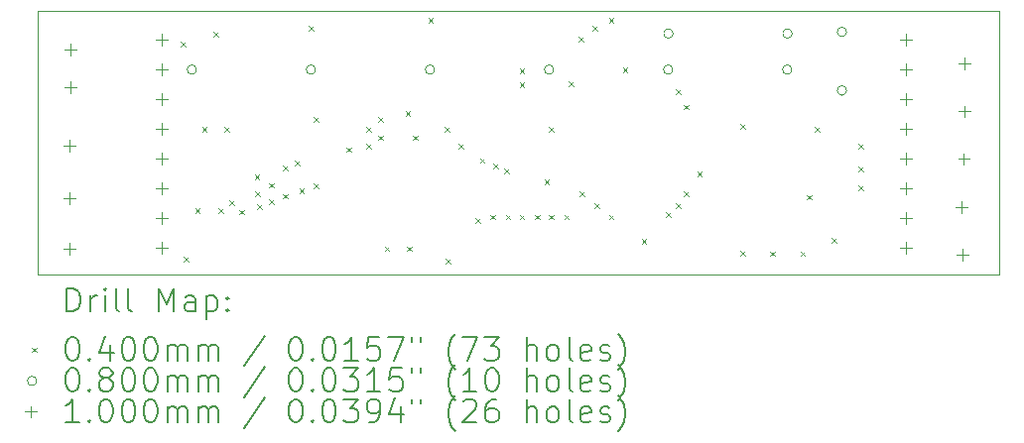
<source format=gbr>
%TF.GenerationSoftware,KiCad,Pcbnew,6.0.9-8da3e8f707~116~ubuntu20.04.1*%
%TF.CreationDate,2022-11-05T14:46:37+00:00*%
%TF.ProjectId,slrm,736c726d-2e6b-4696-9361-645f70636258,rev?*%
%TF.SameCoordinates,Original*%
%TF.FileFunction,Drillmap*%
%TF.FilePolarity,Positive*%
%FSLAX45Y45*%
G04 Gerber Fmt 4.5, Leading zero omitted, Abs format (unit mm)*
G04 Created by KiCad (PCBNEW 6.0.9-8da3e8f707~116~ubuntu20.04.1) date 2022-11-05 14:46:37*
%MOMM*%
%LPD*%
G01*
G04 APERTURE LIST*
%ADD10C,0.100000*%
%ADD11C,0.200000*%
%ADD12C,0.040000*%
%ADD13C,0.080000*%
G04 APERTURE END LIST*
D10*
X10873569Y-8392145D02*
X19078802Y-8392145D01*
X19078802Y-8392145D02*
X19078802Y-10640810D01*
X19078802Y-10640810D02*
X10873569Y-10640810D01*
X10873569Y-10640810D02*
X10873569Y-8392145D01*
D11*
D12*
X12099550Y-8650000D02*
X12139550Y-8690000D01*
X12139550Y-8650000D02*
X12099550Y-8690000D01*
X12120000Y-10490000D02*
X12160000Y-10530000D01*
X12160000Y-10490000D02*
X12120000Y-10530000D01*
X12220260Y-10077350D02*
X12260260Y-10117350D01*
X12260260Y-10077350D02*
X12220260Y-10117350D01*
X12280000Y-9378000D02*
X12320000Y-9418000D01*
X12320000Y-9378000D02*
X12280000Y-9418000D01*
X12380000Y-8570000D02*
X12420000Y-8610000D01*
X12420000Y-8570000D02*
X12380000Y-8610000D01*
X12418380Y-10077350D02*
X12458380Y-10117350D01*
X12458380Y-10077350D02*
X12418380Y-10117350D01*
X12470000Y-9378000D02*
X12510000Y-9418000D01*
X12510000Y-9378000D02*
X12470000Y-9418000D01*
X12514506Y-10004900D02*
X12554506Y-10044900D01*
X12554506Y-10004900D02*
X12514506Y-10044900D01*
X12600000Y-10087550D02*
X12640000Y-10127550D01*
X12640000Y-10087550D02*
X12600000Y-10127550D01*
X12728260Y-9787550D02*
X12768260Y-9827550D01*
X12768260Y-9787550D02*
X12728260Y-9827550D01*
X12730000Y-9932450D02*
X12770000Y-9972450D01*
X12770000Y-9932450D02*
X12730000Y-9972450D01*
X12750000Y-10042550D02*
X12790000Y-10082550D01*
X12790000Y-10042550D02*
X12750000Y-10082550D01*
X12850000Y-9860000D02*
X12890000Y-9900000D01*
X12890000Y-9860000D02*
X12850000Y-9900000D01*
X12850000Y-9997550D02*
X12890000Y-10037550D01*
X12890000Y-9997550D02*
X12850000Y-10037550D01*
X12970000Y-9952550D02*
X13010000Y-9992550D01*
X13010000Y-9952550D02*
X12970000Y-9992550D01*
X12972100Y-9712550D02*
X13012100Y-9752550D01*
X13012100Y-9712550D02*
X12972100Y-9752550D01*
X13068540Y-9667550D02*
X13108540Y-9707550D01*
X13108540Y-9667550D02*
X13068540Y-9707550D01*
X13110000Y-9907550D02*
X13150000Y-9947550D01*
X13150000Y-9907550D02*
X13110000Y-9947550D01*
X13190000Y-8517550D02*
X13230000Y-8557550D01*
X13230000Y-8517550D02*
X13190000Y-8557550D01*
X13230000Y-9862550D02*
X13270000Y-9902550D01*
X13270000Y-9862550D02*
X13230000Y-9902550D01*
X13233720Y-9294180D02*
X13273720Y-9334180D01*
X13273720Y-9294180D02*
X13233720Y-9334180D01*
X13512000Y-9555000D02*
X13552000Y-9595000D01*
X13552000Y-9555000D02*
X13512000Y-9595000D01*
X13680000Y-9378000D02*
X13720000Y-9418000D01*
X13720000Y-9378000D02*
X13680000Y-9418000D01*
X13680000Y-9525100D02*
X13720000Y-9565100D01*
X13720000Y-9525100D02*
X13680000Y-9565100D01*
X13780000Y-9299260D02*
X13820000Y-9339260D01*
X13820000Y-9299260D02*
X13780000Y-9339260D01*
X13780000Y-9452650D02*
X13820000Y-9492650D01*
X13820000Y-9452650D02*
X13780000Y-9492650D01*
X13838568Y-10400595D02*
X13878568Y-10440595D01*
X13878568Y-10400595D02*
X13838568Y-10440595D01*
X14015000Y-9245000D02*
X14055000Y-9285000D01*
X14055000Y-9245000D02*
X14015000Y-9285000D01*
X14030000Y-10400000D02*
X14070000Y-10440000D01*
X14070000Y-10400000D02*
X14030000Y-10440000D01*
X14080000Y-9452650D02*
X14120000Y-9492650D01*
X14120000Y-9452650D02*
X14080000Y-9492650D01*
X14210000Y-8447550D02*
X14250000Y-8487550D01*
X14250000Y-8447550D02*
X14210000Y-8487550D01*
X14350000Y-9380000D02*
X14390000Y-9420000D01*
X14390000Y-9380000D02*
X14350000Y-9420000D01*
X14360000Y-10510000D02*
X14400000Y-10550000D01*
X14400000Y-10510000D02*
X14360000Y-10550000D01*
X14470000Y-9525100D02*
X14510000Y-9565100D01*
X14510000Y-9525100D02*
X14470000Y-9565100D01*
X14610000Y-10160000D02*
X14650000Y-10200000D01*
X14650000Y-10160000D02*
X14610000Y-10200000D01*
X14651040Y-9647550D02*
X14691040Y-9687550D01*
X14691040Y-9647550D02*
X14651040Y-9687550D01*
X14740000Y-10130000D02*
X14780000Y-10170000D01*
X14780000Y-10130000D02*
X14740000Y-10170000D01*
X14761815Y-9692550D02*
X14801815Y-9732550D01*
X14801815Y-9692550D02*
X14761815Y-9732550D01*
X14860000Y-9737550D02*
X14900000Y-9777550D01*
X14900000Y-9737550D02*
X14860000Y-9777550D01*
X14870000Y-10130000D02*
X14910000Y-10170000D01*
X14910000Y-10130000D02*
X14870000Y-10170000D01*
X14989000Y-8881000D02*
X15029000Y-8921000D01*
X15029000Y-8881000D02*
X14989000Y-8921000D01*
X14990000Y-9000000D02*
X15030000Y-9040000D01*
X15030000Y-9000000D02*
X14990000Y-9040000D01*
X14990000Y-10130000D02*
X15030000Y-10170000D01*
X15030000Y-10130000D02*
X14990000Y-10170000D01*
X15120000Y-10130000D02*
X15160000Y-10170000D01*
X15160000Y-10130000D02*
X15120000Y-10170000D01*
X15200000Y-9830000D02*
X15240000Y-9870000D01*
X15240000Y-9830000D02*
X15200000Y-9870000D01*
X15236000Y-9380150D02*
X15276000Y-9420150D01*
X15276000Y-9380150D02*
X15236000Y-9420150D01*
X15240000Y-10130000D02*
X15280000Y-10170000D01*
X15280000Y-10130000D02*
X15240000Y-10170000D01*
X15370000Y-10130000D02*
X15410000Y-10170000D01*
X15410000Y-10130000D02*
X15370000Y-10170000D01*
X15410000Y-8990000D02*
X15450000Y-9030000D01*
X15450000Y-8990000D02*
X15410000Y-9030000D01*
X15490000Y-8610000D02*
X15530000Y-8650000D01*
X15530000Y-8610000D02*
X15490000Y-8650000D01*
X15500000Y-9930000D02*
X15540000Y-9970000D01*
X15540000Y-9930000D02*
X15500000Y-9970000D01*
X15610000Y-8520000D02*
X15650000Y-8560000D01*
X15650000Y-8520000D02*
X15610000Y-8560000D01*
X15630000Y-10030000D02*
X15670000Y-10070000D01*
X15670000Y-10030000D02*
X15630000Y-10070000D01*
X15750000Y-8450000D02*
X15790000Y-8490000D01*
X15790000Y-8450000D02*
X15750000Y-8490000D01*
X15750000Y-10130000D02*
X15790000Y-10170000D01*
X15790000Y-10130000D02*
X15750000Y-10170000D01*
X15870000Y-8870000D02*
X15910000Y-8910000D01*
X15910000Y-8870000D02*
X15870000Y-8910000D01*
X16030000Y-10340000D02*
X16070000Y-10380000D01*
X16070000Y-10340000D02*
X16030000Y-10380000D01*
X16240000Y-10110000D02*
X16280000Y-10150000D01*
X16280000Y-10110000D02*
X16240000Y-10150000D01*
X16320000Y-9060000D02*
X16360000Y-9100000D01*
X16360000Y-9060000D02*
X16320000Y-9100000D01*
X16320000Y-10030000D02*
X16360000Y-10070000D01*
X16360000Y-10030000D02*
X16320000Y-10070000D01*
X16392450Y-9190000D02*
X16432450Y-9230000D01*
X16432450Y-9190000D02*
X16392450Y-9230000D01*
X16392450Y-9930000D02*
X16432450Y-9970000D01*
X16432450Y-9930000D02*
X16392450Y-9970000D01*
X16504000Y-9762000D02*
X16544000Y-9802000D01*
X16544000Y-9762000D02*
X16504000Y-9802000D01*
X16873000Y-10440000D02*
X16913000Y-10480000D01*
X16913000Y-10440000D02*
X16873000Y-10480000D01*
X16874000Y-9358000D02*
X16914000Y-9398000D01*
X16914000Y-9358000D02*
X16874000Y-9398000D01*
X17128000Y-10443000D02*
X17168000Y-10483000D01*
X17168000Y-10443000D02*
X17128000Y-10483000D01*
X17384000Y-10443000D02*
X17424000Y-10483000D01*
X17424000Y-10443000D02*
X17384000Y-10483000D01*
X17440000Y-9960000D02*
X17480000Y-10000000D01*
X17480000Y-9960000D02*
X17440000Y-10000000D01*
X17510000Y-9380000D02*
X17550000Y-9420000D01*
X17550000Y-9380000D02*
X17510000Y-9420000D01*
X17650000Y-10330000D02*
X17690000Y-10370000D01*
X17690000Y-10330000D02*
X17650000Y-10370000D01*
X17880000Y-9525050D02*
X17920000Y-9565050D01*
X17920000Y-9525050D02*
X17880000Y-9565050D01*
X17880000Y-9720000D02*
X17920000Y-9760000D01*
X17920000Y-9720000D02*
X17880000Y-9760000D01*
X17880000Y-9880000D02*
X17920000Y-9920000D01*
X17920000Y-9880000D02*
X17880000Y-9920000D01*
D13*
X12232000Y-8890000D02*
G75*
G03*
X12232000Y-8890000I-40000J0D01*
G01*
X13248000Y-8890000D02*
G75*
G03*
X13248000Y-8890000I-40000J0D01*
G01*
X14264000Y-8890000D02*
G75*
G03*
X14264000Y-8890000I-40000J0D01*
G01*
X15280000Y-8890000D02*
G75*
G03*
X15280000Y-8890000I-40000J0D01*
G01*
X16296000Y-8890000D02*
G75*
G03*
X16296000Y-8890000I-40000J0D01*
G01*
X16298540Y-8582660D02*
G75*
G03*
X16298540Y-8582660I-40000J0D01*
G01*
X17312000Y-8890000D02*
G75*
G03*
X17312000Y-8890000I-40000J0D01*
G01*
X17314540Y-8582660D02*
G75*
G03*
X17314540Y-8582660I-40000J0D01*
G01*
X17780000Y-8569000D02*
G75*
G03*
X17780000Y-8569000I-40000J0D01*
G01*
X17780000Y-9069000D02*
G75*
G03*
X17780000Y-9069000I-40000J0D01*
G01*
D10*
X11148060Y-9492780D02*
X11148060Y-9592780D01*
X11098060Y-9542780D02*
X11198060Y-9542780D01*
X11148060Y-9939820D02*
X11148060Y-10039820D01*
X11098060Y-9989820D02*
X11198060Y-9989820D01*
X11148060Y-10374160D02*
X11148060Y-10474160D01*
X11098060Y-10424160D02*
X11198060Y-10424160D01*
X11158220Y-8667280D02*
X11158220Y-8767280D01*
X11108220Y-8717280D02*
X11208220Y-8717280D01*
X11160000Y-8991000D02*
X11160000Y-9091000D01*
X11110000Y-9041000D02*
X11210000Y-9041000D01*
X11938000Y-8586000D02*
X11938000Y-8686000D01*
X11888000Y-8636000D02*
X11988000Y-8636000D01*
X11938000Y-8840000D02*
X11938000Y-8940000D01*
X11888000Y-8890000D02*
X11988000Y-8890000D01*
X11938000Y-9094000D02*
X11938000Y-9194000D01*
X11888000Y-9144000D02*
X11988000Y-9144000D01*
X11938000Y-9348000D02*
X11938000Y-9448000D01*
X11888000Y-9398000D02*
X11988000Y-9398000D01*
X11938000Y-9602000D02*
X11938000Y-9702000D01*
X11888000Y-9652000D02*
X11988000Y-9652000D01*
X11938000Y-9856000D02*
X11938000Y-9956000D01*
X11888000Y-9906000D02*
X11988000Y-9906000D01*
X11938000Y-10110000D02*
X11938000Y-10210000D01*
X11888000Y-10160000D02*
X11988000Y-10160000D01*
X11938000Y-10364000D02*
X11938000Y-10464000D01*
X11888000Y-10414000D02*
X11988000Y-10414000D01*
X18288000Y-8586000D02*
X18288000Y-8686000D01*
X18238000Y-8636000D02*
X18338000Y-8636000D01*
X18288000Y-8840000D02*
X18288000Y-8940000D01*
X18238000Y-8890000D02*
X18338000Y-8890000D01*
X18288000Y-9094000D02*
X18288000Y-9194000D01*
X18238000Y-9144000D02*
X18338000Y-9144000D01*
X18288000Y-9348000D02*
X18288000Y-9448000D01*
X18238000Y-9398000D02*
X18338000Y-9398000D01*
X18288000Y-9602000D02*
X18288000Y-9702000D01*
X18238000Y-9652000D02*
X18338000Y-9652000D01*
X18288000Y-9856000D02*
X18288000Y-9956000D01*
X18238000Y-9906000D02*
X18338000Y-9906000D01*
X18288000Y-10110000D02*
X18288000Y-10210000D01*
X18238000Y-10160000D02*
X18338000Y-10160000D01*
X18288000Y-10364000D02*
X18288000Y-10464000D01*
X18238000Y-10414000D02*
X18338000Y-10414000D01*
X18762980Y-10016020D02*
X18762980Y-10116020D01*
X18712980Y-10066020D02*
X18812980Y-10066020D01*
X18768060Y-10424960D02*
X18768060Y-10524960D01*
X18718060Y-10474960D02*
X18818060Y-10474960D01*
X18780760Y-9604540D02*
X18780760Y-9704540D01*
X18730760Y-9654540D02*
X18830760Y-9654540D01*
X18783300Y-8786660D02*
X18783300Y-8886660D01*
X18733300Y-8836660D02*
X18833300Y-8836660D01*
X18785840Y-9198140D02*
X18785840Y-9298140D01*
X18735840Y-9248140D02*
X18835840Y-9248140D01*
D11*
X11126188Y-10956286D02*
X11126188Y-10756286D01*
X11173807Y-10756286D01*
X11202379Y-10765810D01*
X11221426Y-10784857D01*
X11230950Y-10803905D01*
X11240474Y-10842000D01*
X11240474Y-10870572D01*
X11230950Y-10908667D01*
X11221426Y-10927714D01*
X11202379Y-10946762D01*
X11173807Y-10956286D01*
X11126188Y-10956286D01*
X11326188Y-10956286D02*
X11326188Y-10822952D01*
X11326188Y-10861048D02*
X11335712Y-10842000D01*
X11345236Y-10832476D01*
X11364284Y-10822952D01*
X11383331Y-10822952D01*
X11449998Y-10956286D02*
X11449998Y-10822952D01*
X11449998Y-10756286D02*
X11440474Y-10765810D01*
X11449998Y-10775333D01*
X11459522Y-10765810D01*
X11449998Y-10756286D01*
X11449998Y-10775333D01*
X11573807Y-10956286D02*
X11554760Y-10946762D01*
X11545236Y-10927714D01*
X11545236Y-10756286D01*
X11678569Y-10956286D02*
X11659522Y-10946762D01*
X11649998Y-10927714D01*
X11649998Y-10756286D01*
X11907141Y-10956286D02*
X11907141Y-10756286D01*
X11973807Y-10899143D01*
X12040474Y-10756286D01*
X12040474Y-10956286D01*
X12221426Y-10956286D02*
X12221426Y-10851524D01*
X12211903Y-10832476D01*
X12192855Y-10822952D01*
X12154760Y-10822952D01*
X12135712Y-10832476D01*
X12221426Y-10946762D02*
X12202379Y-10956286D01*
X12154760Y-10956286D01*
X12135712Y-10946762D01*
X12126188Y-10927714D01*
X12126188Y-10908667D01*
X12135712Y-10889619D01*
X12154760Y-10880095D01*
X12202379Y-10880095D01*
X12221426Y-10870572D01*
X12316665Y-10822952D02*
X12316665Y-11022952D01*
X12316665Y-10832476D02*
X12335712Y-10822952D01*
X12373807Y-10822952D01*
X12392855Y-10832476D01*
X12402379Y-10842000D01*
X12411903Y-10861048D01*
X12411903Y-10918191D01*
X12402379Y-10937238D01*
X12392855Y-10946762D01*
X12373807Y-10956286D01*
X12335712Y-10956286D01*
X12316665Y-10946762D01*
X12497617Y-10937238D02*
X12507141Y-10946762D01*
X12497617Y-10956286D01*
X12488093Y-10946762D01*
X12497617Y-10937238D01*
X12497617Y-10956286D01*
X12497617Y-10832476D02*
X12507141Y-10842000D01*
X12497617Y-10851524D01*
X12488093Y-10842000D01*
X12497617Y-10832476D01*
X12497617Y-10851524D01*
D12*
X10828569Y-11265810D02*
X10868569Y-11305810D01*
X10868569Y-11265810D02*
X10828569Y-11305810D01*
D11*
X11164284Y-11176286D02*
X11183331Y-11176286D01*
X11202379Y-11185810D01*
X11211903Y-11195333D01*
X11221426Y-11214381D01*
X11230950Y-11252476D01*
X11230950Y-11300095D01*
X11221426Y-11338190D01*
X11211903Y-11357238D01*
X11202379Y-11366762D01*
X11183331Y-11376286D01*
X11164284Y-11376286D01*
X11145236Y-11366762D01*
X11135712Y-11357238D01*
X11126188Y-11338190D01*
X11116665Y-11300095D01*
X11116665Y-11252476D01*
X11126188Y-11214381D01*
X11135712Y-11195333D01*
X11145236Y-11185810D01*
X11164284Y-11176286D01*
X11316665Y-11357238D02*
X11326188Y-11366762D01*
X11316665Y-11376286D01*
X11307141Y-11366762D01*
X11316665Y-11357238D01*
X11316665Y-11376286D01*
X11497617Y-11242952D02*
X11497617Y-11376286D01*
X11449998Y-11166762D02*
X11402379Y-11309619D01*
X11526188Y-11309619D01*
X11640474Y-11176286D02*
X11659522Y-11176286D01*
X11678569Y-11185810D01*
X11688093Y-11195333D01*
X11697617Y-11214381D01*
X11707141Y-11252476D01*
X11707141Y-11300095D01*
X11697617Y-11338190D01*
X11688093Y-11357238D01*
X11678569Y-11366762D01*
X11659522Y-11376286D01*
X11640474Y-11376286D01*
X11621426Y-11366762D01*
X11611903Y-11357238D01*
X11602379Y-11338190D01*
X11592855Y-11300095D01*
X11592855Y-11252476D01*
X11602379Y-11214381D01*
X11611903Y-11195333D01*
X11621426Y-11185810D01*
X11640474Y-11176286D01*
X11830950Y-11176286D02*
X11849998Y-11176286D01*
X11869045Y-11185810D01*
X11878569Y-11195333D01*
X11888093Y-11214381D01*
X11897617Y-11252476D01*
X11897617Y-11300095D01*
X11888093Y-11338190D01*
X11878569Y-11357238D01*
X11869045Y-11366762D01*
X11849998Y-11376286D01*
X11830950Y-11376286D01*
X11811903Y-11366762D01*
X11802379Y-11357238D01*
X11792855Y-11338190D01*
X11783331Y-11300095D01*
X11783331Y-11252476D01*
X11792855Y-11214381D01*
X11802379Y-11195333D01*
X11811903Y-11185810D01*
X11830950Y-11176286D01*
X11983331Y-11376286D02*
X11983331Y-11242952D01*
X11983331Y-11262000D02*
X11992855Y-11252476D01*
X12011903Y-11242952D01*
X12040474Y-11242952D01*
X12059522Y-11252476D01*
X12069045Y-11271524D01*
X12069045Y-11376286D01*
X12069045Y-11271524D02*
X12078569Y-11252476D01*
X12097617Y-11242952D01*
X12126188Y-11242952D01*
X12145236Y-11252476D01*
X12154760Y-11271524D01*
X12154760Y-11376286D01*
X12249998Y-11376286D02*
X12249998Y-11242952D01*
X12249998Y-11262000D02*
X12259522Y-11252476D01*
X12278569Y-11242952D01*
X12307141Y-11242952D01*
X12326188Y-11252476D01*
X12335712Y-11271524D01*
X12335712Y-11376286D01*
X12335712Y-11271524D02*
X12345236Y-11252476D01*
X12364284Y-11242952D01*
X12392855Y-11242952D01*
X12411903Y-11252476D01*
X12421426Y-11271524D01*
X12421426Y-11376286D01*
X12811903Y-11166762D02*
X12640474Y-11423905D01*
X13069045Y-11176286D02*
X13088093Y-11176286D01*
X13107141Y-11185810D01*
X13116665Y-11195333D01*
X13126188Y-11214381D01*
X13135712Y-11252476D01*
X13135712Y-11300095D01*
X13126188Y-11338190D01*
X13116665Y-11357238D01*
X13107141Y-11366762D01*
X13088093Y-11376286D01*
X13069045Y-11376286D01*
X13049998Y-11366762D01*
X13040474Y-11357238D01*
X13030950Y-11338190D01*
X13021426Y-11300095D01*
X13021426Y-11252476D01*
X13030950Y-11214381D01*
X13040474Y-11195333D01*
X13049998Y-11185810D01*
X13069045Y-11176286D01*
X13221426Y-11357238D02*
X13230950Y-11366762D01*
X13221426Y-11376286D01*
X13211903Y-11366762D01*
X13221426Y-11357238D01*
X13221426Y-11376286D01*
X13354760Y-11176286D02*
X13373807Y-11176286D01*
X13392855Y-11185810D01*
X13402379Y-11195333D01*
X13411903Y-11214381D01*
X13421426Y-11252476D01*
X13421426Y-11300095D01*
X13411903Y-11338190D01*
X13402379Y-11357238D01*
X13392855Y-11366762D01*
X13373807Y-11376286D01*
X13354760Y-11376286D01*
X13335712Y-11366762D01*
X13326188Y-11357238D01*
X13316665Y-11338190D01*
X13307141Y-11300095D01*
X13307141Y-11252476D01*
X13316665Y-11214381D01*
X13326188Y-11195333D01*
X13335712Y-11185810D01*
X13354760Y-11176286D01*
X13611903Y-11376286D02*
X13497617Y-11376286D01*
X13554760Y-11376286D02*
X13554760Y-11176286D01*
X13535712Y-11204857D01*
X13516665Y-11223905D01*
X13497617Y-11233429D01*
X13792855Y-11176286D02*
X13697617Y-11176286D01*
X13688093Y-11271524D01*
X13697617Y-11262000D01*
X13716665Y-11252476D01*
X13764284Y-11252476D01*
X13783331Y-11262000D01*
X13792855Y-11271524D01*
X13802379Y-11290571D01*
X13802379Y-11338190D01*
X13792855Y-11357238D01*
X13783331Y-11366762D01*
X13764284Y-11376286D01*
X13716665Y-11376286D01*
X13697617Y-11366762D01*
X13688093Y-11357238D01*
X13869045Y-11176286D02*
X14002379Y-11176286D01*
X13916665Y-11376286D01*
X14069045Y-11176286D02*
X14069045Y-11214381D01*
X14145236Y-11176286D02*
X14145236Y-11214381D01*
X14440474Y-11452476D02*
X14430950Y-11442952D01*
X14411903Y-11414381D01*
X14402379Y-11395333D01*
X14392855Y-11366762D01*
X14383331Y-11319143D01*
X14383331Y-11281048D01*
X14392855Y-11233429D01*
X14402379Y-11204857D01*
X14411903Y-11185810D01*
X14430950Y-11157238D01*
X14440474Y-11147714D01*
X14497617Y-11176286D02*
X14630950Y-11176286D01*
X14545236Y-11376286D01*
X14688093Y-11176286D02*
X14811903Y-11176286D01*
X14745236Y-11252476D01*
X14773807Y-11252476D01*
X14792855Y-11262000D01*
X14802379Y-11271524D01*
X14811903Y-11290571D01*
X14811903Y-11338190D01*
X14802379Y-11357238D01*
X14792855Y-11366762D01*
X14773807Y-11376286D01*
X14716665Y-11376286D01*
X14697617Y-11366762D01*
X14688093Y-11357238D01*
X15049998Y-11376286D02*
X15049998Y-11176286D01*
X15135712Y-11376286D02*
X15135712Y-11271524D01*
X15126188Y-11252476D01*
X15107141Y-11242952D01*
X15078569Y-11242952D01*
X15059522Y-11252476D01*
X15049998Y-11262000D01*
X15259522Y-11376286D02*
X15240474Y-11366762D01*
X15230950Y-11357238D01*
X15221426Y-11338190D01*
X15221426Y-11281048D01*
X15230950Y-11262000D01*
X15240474Y-11252476D01*
X15259522Y-11242952D01*
X15288093Y-11242952D01*
X15307141Y-11252476D01*
X15316665Y-11262000D01*
X15326188Y-11281048D01*
X15326188Y-11338190D01*
X15316665Y-11357238D01*
X15307141Y-11366762D01*
X15288093Y-11376286D01*
X15259522Y-11376286D01*
X15440474Y-11376286D02*
X15421426Y-11366762D01*
X15411903Y-11347714D01*
X15411903Y-11176286D01*
X15592855Y-11366762D02*
X15573807Y-11376286D01*
X15535712Y-11376286D01*
X15516665Y-11366762D01*
X15507141Y-11347714D01*
X15507141Y-11271524D01*
X15516665Y-11252476D01*
X15535712Y-11242952D01*
X15573807Y-11242952D01*
X15592855Y-11252476D01*
X15602379Y-11271524D01*
X15602379Y-11290571D01*
X15507141Y-11309619D01*
X15678569Y-11366762D02*
X15697617Y-11376286D01*
X15735712Y-11376286D01*
X15754760Y-11366762D01*
X15764284Y-11347714D01*
X15764284Y-11338190D01*
X15754760Y-11319143D01*
X15735712Y-11309619D01*
X15707141Y-11309619D01*
X15688093Y-11300095D01*
X15678569Y-11281048D01*
X15678569Y-11271524D01*
X15688093Y-11252476D01*
X15707141Y-11242952D01*
X15735712Y-11242952D01*
X15754760Y-11252476D01*
X15830950Y-11452476D02*
X15840474Y-11442952D01*
X15859522Y-11414381D01*
X15869045Y-11395333D01*
X15878569Y-11366762D01*
X15888093Y-11319143D01*
X15888093Y-11281048D01*
X15878569Y-11233429D01*
X15869045Y-11204857D01*
X15859522Y-11185810D01*
X15840474Y-11157238D01*
X15830950Y-11147714D01*
D13*
X10868569Y-11549810D02*
G75*
G03*
X10868569Y-11549810I-40000J0D01*
G01*
D11*
X11164284Y-11440286D02*
X11183331Y-11440286D01*
X11202379Y-11449810D01*
X11211903Y-11459333D01*
X11221426Y-11478381D01*
X11230950Y-11516476D01*
X11230950Y-11564095D01*
X11221426Y-11602190D01*
X11211903Y-11621238D01*
X11202379Y-11630762D01*
X11183331Y-11640286D01*
X11164284Y-11640286D01*
X11145236Y-11630762D01*
X11135712Y-11621238D01*
X11126188Y-11602190D01*
X11116665Y-11564095D01*
X11116665Y-11516476D01*
X11126188Y-11478381D01*
X11135712Y-11459333D01*
X11145236Y-11449810D01*
X11164284Y-11440286D01*
X11316665Y-11621238D02*
X11326188Y-11630762D01*
X11316665Y-11640286D01*
X11307141Y-11630762D01*
X11316665Y-11621238D01*
X11316665Y-11640286D01*
X11440474Y-11526000D02*
X11421426Y-11516476D01*
X11411903Y-11506952D01*
X11402379Y-11487905D01*
X11402379Y-11478381D01*
X11411903Y-11459333D01*
X11421426Y-11449810D01*
X11440474Y-11440286D01*
X11478569Y-11440286D01*
X11497617Y-11449810D01*
X11507141Y-11459333D01*
X11516665Y-11478381D01*
X11516665Y-11487905D01*
X11507141Y-11506952D01*
X11497617Y-11516476D01*
X11478569Y-11526000D01*
X11440474Y-11526000D01*
X11421426Y-11535524D01*
X11411903Y-11545048D01*
X11402379Y-11564095D01*
X11402379Y-11602190D01*
X11411903Y-11621238D01*
X11421426Y-11630762D01*
X11440474Y-11640286D01*
X11478569Y-11640286D01*
X11497617Y-11630762D01*
X11507141Y-11621238D01*
X11516665Y-11602190D01*
X11516665Y-11564095D01*
X11507141Y-11545048D01*
X11497617Y-11535524D01*
X11478569Y-11526000D01*
X11640474Y-11440286D02*
X11659522Y-11440286D01*
X11678569Y-11449810D01*
X11688093Y-11459333D01*
X11697617Y-11478381D01*
X11707141Y-11516476D01*
X11707141Y-11564095D01*
X11697617Y-11602190D01*
X11688093Y-11621238D01*
X11678569Y-11630762D01*
X11659522Y-11640286D01*
X11640474Y-11640286D01*
X11621426Y-11630762D01*
X11611903Y-11621238D01*
X11602379Y-11602190D01*
X11592855Y-11564095D01*
X11592855Y-11516476D01*
X11602379Y-11478381D01*
X11611903Y-11459333D01*
X11621426Y-11449810D01*
X11640474Y-11440286D01*
X11830950Y-11440286D02*
X11849998Y-11440286D01*
X11869045Y-11449810D01*
X11878569Y-11459333D01*
X11888093Y-11478381D01*
X11897617Y-11516476D01*
X11897617Y-11564095D01*
X11888093Y-11602190D01*
X11878569Y-11621238D01*
X11869045Y-11630762D01*
X11849998Y-11640286D01*
X11830950Y-11640286D01*
X11811903Y-11630762D01*
X11802379Y-11621238D01*
X11792855Y-11602190D01*
X11783331Y-11564095D01*
X11783331Y-11516476D01*
X11792855Y-11478381D01*
X11802379Y-11459333D01*
X11811903Y-11449810D01*
X11830950Y-11440286D01*
X11983331Y-11640286D02*
X11983331Y-11506952D01*
X11983331Y-11526000D02*
X11992855Y-11516476D01*
X12011903Y-11506952D01*
X12040474Y-11506952D01*
X12059522Y-11516476D01*
X12069045Y-11535524D01*
X12069045Y-11640286D01*
X12069045Y-11535524D02*
X12078569Y-11516476D01*
X12097617Y-11506952D01*
X12126188Y-11506952D01*
X12145236Y-11516476D01*
X12154760Y-11535524D01*
X12154760Y-11640286D01*
X12249998Y-11640286D02*
X12249998Y-11506952D01*
X12249998Y-11526000D02*
X12259522Y-11516476D01*
X12278569Y-11506952D01*
X12307141Y-11506952D01*
X12326188Y-11516476D01*
X12335712Y-11535524D01*
X12335712Y-11640286D01*
X12335712Y-11535524D02*
X12345236Y-11516476D01*
X12364284Y-11506952D01*
X12392855Y-11506952D01*
X12411903Y-11516476D01*
X12421426Y-11535524D01*
X12421426Y-11640286D01*
X12811903Y-11430762D02*
X12640474Y-11687905D01*
X13069045Y-11440286D02*
X13088093Y-11440286D01*
X13107141Y-11449810D01*
X13116665Y-11459333D01*
X13126188Y-11478381D01*
X13135712Y-11516476D01*
X13135712Y-11564095D01*
X13126188Y-11602190D01*
X13116665Y-11621238D01*
X13107141Y-11630762D01*
X13088093Y-11640286D01*
X13069045Y-11640286D01*
X13049998Y-11630762D01*
X13040474Y-11621238D01*
X13030950Y-11602190D01*
X13021426Y-11564095D01*
X13021426Y-11516476D01*
X13030950Y-11478381D01*
X13040474Y-11459333D01*
X13049998Y-11449810D01*
X13069045Y-11440286D01*
X13221426Y-11621238D02*
X13230950Y-11630762D01*
X13221426Y-11640286D01*
X13211903Y-11630762D01*
X13221426Y-11621238D01*
X13221426Y-11640286D01*
X13354760Y-11440286D02*
X13373807Y-11440286D01*
X13392855Y-11449810D01*
X13402379Y-11459333D01*
X13411903Y-11478381D01*
X13421426Y-11516476D01*
X13421426Y-11564095D01*
X13411903Y-11602190D01*
X13402379Y-11621238D01*
X13392855Y-11630762D01*
X13373807Y-11640286D01*
X13354760Y-11640286D01*
X13335712Y-11630762D01*
X13326188Y-11621238D01*
X13316665Y-11602190D01*
X13307141Y-11564095D01*
X13307141Y-11516476D01*
X13316665Y-11478381D01*
X13326188Y-11459333D01*
X13335712Y-11449810D01*
X13354760Y-11440286D01*
X13488093Y-11440286D02*
X13611903Y-11440286D01*
X13545236Y-11516476D01*
X13573807Y-11516476D01*
X13592855Y-11526000D01*
X13602379Y-11535524D01*
X13611903Y-11554571D01*
X13611903Y-11602190D01*
X13602379Y-11621238D01*
X13592855Y-11630762D01*
X13573807Y-11640286D01*
X13516665Y-11640286D01*
X13497617Y-11630762D01*
X13488093Y-11621238D01*
X13802379Y-11640286D02*
X13688093Y-11640286D01*
X13745236Y-11640286D02*
X13745236Y-11440286D01*
X13726188Y-11468857D01*
X13707141Y-11487905D01*
X13688093Y-11497429D01*
X13983331Y-11440286D02*
X13888093Y-11440286D01*
X13878569Y-11535524D01*
X13888093Y-11526000D01*
X13907141Y-11516476D01*
X13954760Y-11516476D01*
X13973807Y-11526000D01*
X13983331Y-11535524D01*
X13992855Y-11554571D01*
X13992855Y-11602190D01*
X13983331Y-11621238D01*
X13973807Y-11630762D01*
X13954760Y-11640286D01*
X13907141Y-11640286D01*
X13888093Y-11630762D01*
X13878569Y-11621238D01*
X14069045Y-11440286D02*
X14069045Y-11478381D01*
X14145236Y-11440286D02*
X14145236Y-11478381D01*
X14440474Y-11716476D02*
X14430950Y-11706952D01*
X14411903Y-11678381D01*
X14402379Y-11659333D01*
X14392855Y-11630762D01*
X14383331Y-11583143D01*
X14383331Y-11545048D01*
X14392855Y-11497429D01*
X14402379Y-11468857D01*
X14411903Y-11449810D01*
X14430950Y-11421238D01*
X14440474Y-11411714D01*
X14621426Y-11640286D02*
X14507141Y-11640286D01*
X14564284Y-11640286D02*
X14564284Y-11440286D01*
X14545236Y-11468857D01*
X14526188Y-11487905D01*
X14507141Y-11497429D01*
X14745236Y-11440286D02*
X14764284Y-11440286D01*
X14783331Y-11449810D01*
X14792855Y-11459333D01*
X14802379Y-11478381D01*
X14811903Y-11516476D01*
X14811903Y-11564095D01*
X14802379Y-11602190D01*
X14792855Y-11621238D01*
X14783331Y-11630762D01*
X14764284Y-11640286D01*
X14745236Y-11640286D01*
X14726188Y-11630762D01*
X14716665Y-11621238D01*
X14707141Y-11602190D01*
X14697617Y-11564095D01*
X14697617Y-11516476D01*
X14707141Y-11478381D01*
X14716665Y-11459333D01*
X14726188Y-11449810D01*
X14745236Y-11440286D01*
X15049998Y-11640286D02*
X15049998Y-11440286D01*
X15135712Y-11640286D02*
X15135712Y-11535524D01*
X15126188Y-11516476D01*
X15107141Y-11506952D01*
X15078569Y-11506952D01*
X15059522Y-11516476D01*
X15049998Y-11526000D01*
X15259522Y-11640286D02*
X15240474Y-11630762D01*
X15230950Y-11621238D01*
X15221426Y-11602190D01*
X15221426Y-11545048D01*
X15230950Y-11526000D01*
X15240474Y-11516476D01*
X15259522Y-11506952D01*
X15288093Y-11506952D01*
X15307141Y-11516476D01*
X15316665Y-11526000D01*
X15326188Y-11545048D01*
X15326188Y-11602190D01*
X15316665Y-11621238D01*
X15307141Y-11630762D01*
X15288093Y-11640286D01*
X15259522Y-11640286D01*
X15440474Y-11640286D02*
X15421426Y-11630762D01*
X15411903Y-11611714D01*
X15411903Y-11440286D01*
X15592855Y-11630762D02*
X15573807Y-11640286D01*
X15535712Y-11640286D01*
X15516665Y-11630762D01*
X15507141Y-11611714D01*
X15507141Y-11535524D01*
X15516665Y-11516476D01*
X15535712Y-11506952D01*
X15573807Y-11506952D01*
X15592855Y-11516476D01*
X15602379Y-11535524D01*
X15602379Y-11554571D01*
X15507141Y-11573619D01*
X15678569Y-11630762D02*
X15697617Y-11640286D01*
X15735712Y-11640286D01*
X15754760Y-11630762D01*
X15764284Y-11611714D01*
X15764284Y-11602190D01*
X15754760Y-11583143D01*
X15735712Y-11573619D01*
X15707141Y-11573619D01*
X15688093Y-11564095D01*
X15678569Y-11545048D01*
X15678569Y-11535524D01*
X15688093Y-11516476D01*
X15707141Y-11506952D01*
X15735712Y-11506952D01*
X15754760Y-11516476D01*
X15830950Y-11716476D02*
X15840474Y-11706952D01*
X15859522Y-11678381D01*
X15869045Y-11659333D01*
X15878569Y-11630762D01*
X15888093Y-11583143D01*
X15888093Y-11545048D01*
X15878569Y-11497429D01*
X15869045Y-11468857D01*
X15859522Y-11449810D01*
X15840474Y-11421238D01*
X15830950Y-11411714D01*
D10*
X10818569Y-11763810D02*
X10818569Y-11863810D01*
X10768569Y-11813810D02*
X10868569Y-11813810D01*
D11*
X11230950Y-11904286D02*
X11116665Y-11904286D01*
X11173807Y-11904286D02*
X11173807Y-11704286D01*
X11154760Y-11732857D01*
X11135712Y-11751905D01*
X11116665Y-11761429D01*
X11316665Y-11885238D02*
X11326188Y-11894762D01*
X11316665Y-11904286D01*
X11307141Y-11894762D01*
X11316665Y-11885238D01*
X11316665Y-11904286D01*
X11449998Y-11704286D02*
X11469045Y-11704286D01*
X11488093Y-11713810D01*
X11497617Y-11723333D01*
X11507141Y-11742381D01*
X11516665Y-11780476D01*
X11516665Y-11828095D01*
X11507141Y-11866190D01*
X11497617Y-11885238D01*
X11488093Y-11894762D01*
X11469045Y-11904286D01*
X11449998Y-11904286D01*
X11430950Y-11894762D01*
X11421426Y-11885238D01*
X11411903Y-11866190D01*
X11402379Y-11828095D01*
X11402379Y-11780476D01*
X11411903Y-11742381D01*
X11421426Y-11723333D01*
X11430950Y-11713810D01*
X11449998Y-11704286D01*
X11640474Y-11704286D02*
X11659522Y-11704286D01*
X11678569Y-11713810D01*
X11688093Y-11723333D01*
X11697617Y-11742381D01*
X11707141Y-11780476D01*
X11707141Y-11828095D01*
X11697617Y-11866190D01*
X11688093Y-11885238D01*
X11678569Y-11894762D01*
X11659522Y-11904286D01*
X11640474Y-11904286D01*
X11621426Y-11894762D01*
X11611903Y-11885238D01*
X11602379Y-11866190D01*
X11592855Y-11828095D01*
X11592855Y-11780476D01*
X11602379Y-11742381D01*
X11611903Y-11723333D01*
X11621426Y-11713810D01*
X11640474Y-11704286D01*
X11830950Y-11704286D02*
X11849998Y-11704286D01*
X11869045Y-11713810D01*
X11878569Y-11723333D01*
X11888093Y-11742381D01*
X11897617Y-11780476D01*
X11897617Y-11828095D01*
X11888093Y-11866190D01*
X11878569Y-11885238D01*
X11869045Y-11894762D01*
X11849998Y-11904286D01*
X11830950Y-11904286D01*
X11811903Y-11894762D01*
X11802379Y-11885238D01*
X11792855Y-11866190D01*
X11783331Y-11828095D01*
X11783331Y-11780476D01*
X11792855Y-11742381D01*
X11802379Y-11723333D01*
X11811903Y-11713810D01*
X11830950Y-11704286D01*
X11983331Y-11904286D02*
X11983331Y-11770952D01*
X11983331Y-11790000D02*
X11992855Y-11780476D01*
X12011903Y-11770952D01*
X12040474Y-11770952D01*
X12059522Y-11780476D01*
X12069045Y-11799524D01*
X12069045Y-11904286D01*
X12069045Y-11799524D02*
X12078569Y-11780476D01*
X12097617Y-11770952D01*
X12126188Y-11770952D01*
X12145236Y-11780476D01*
X12154760Y-11799524D01*
X12154760Y-11904286D01*
X12249998Y-11904286D02*
X12249998Y-11770952D01*
X12249998Y-11790000D02*
X12259522Y-11780476D01*
X12278569Y-11770952D01*
X12307141Y-11770952D01*
X12326188Y-11780476D01*
X12335712Y-11799524D01*
X12335712Y-11904286D01*
X12335712Y-11799524D02*
X12345236Y-11780476D01*
X12364284Y-11770952D01*
X12392855Y-11770952D01*
X12411903Y-11780476D01*
X12421426Y-11799524D01*
X12421426Y-11904286D01*
X12811903Y-11694762D02*
X12640474Y-11951905D01*
X13069045Y-11704286D02*
X13088093Y-11704286D01*
X13107141Y-11713810D01*
X13116665Y-11723333D01*
X13126188Y-11742381D01*
X13135712Y-11780476D01*
X13135712Y-11828095D01*
X13126188Y-11866190D01*
X13116665Y-11885238D01*
X13107141Y-11894762D01*
X13088093Y-11904286D01*
X13069045Y-11904286D01*
X13049998Y-11894762D01*
X13040474Y-11885238D01*
X13030950Y-11866190D01*
X13021426Y-11828095D01*
X13021426Y-11780476D01*
X13030950Y-11742381D01*
X13040474Y-11723333D01*
X13049998Y-11713810D01*
X13069045Y-11704286D01*
X13221426Y-11885238D02*
X13230950Y-11894762D01*
X13221426Y-11904286D01*
X13211903Y-11894762D01*
X13221426Y-11885238D01*
X13221426Y-11904286D01*
X13354760Y-11704286D02*
X13373807Y-11704286D01*
X13392855Y-11713810D01*
X13402379Y-11723333D01*
X13411903Y-11742381D01*
X13421426Y-11780476D01*
X13421426Y-11828095D01*
X13411903Y-11866190D01*
X13402379Y-11885238D01*
X13392855Y-11894762D01*
X13373807Y-11904286D01*
X13354760Y-11904286D01*
X13335712Y-11894762D01*
X13326188Y-11885238D01*
X13316665Y-11866190D01*
X13307141Y-11828095D01*
X13307141Y-11780476D01*
X13316665Y-11742381D01*
X13326188Y-11723333D01*
X13335712Y-11713810D01*
X13354760Y-11704286D01*
X13488093Y-11704286D02*
X13611903Y-11704286D01*
X13545236Y-11780476D01*
X13573807Y-11780476D01*
X13592855Y-11790000D01*
X13602379Y-11799524D01*
X13611903Y-11818571D01*
X13611903Y-11866190D01*
X13602379Y-11885238D01*
X13592855Y-11894762D01*
X13573807Y-11904286D01*
X13516665Y-11904286D01*
X13497617Y-11894762D01*
X13488093Y-11885238D01*
X13707141Y-11904286D02*
X13745236Y-11904286D01*
X13764284Y-11894762D01*
X13773807Y-11885238D01*
X13792855Y-11856667D01*
X13802379Y-11818571D01*
X13802379Y-11742381D01*
X13792855Y-11723333D01*
X13783331Y-11713810D01*
X13764284Y-11704286D01*
X13726188Y-11704286D01*
X13707141Y-11713810D01*
X13697617Y-11723333D01*
X13688093Y-11742381D01*
X13688093Y-11790000D01*
X13697617Y-11809048D01*
X13707141Y-11818571D01*
X13726188Y-11828095D01*
X13764284Y-11828095D01*
X13783331Y-11818571D01*
X13792855Y-11809048D01*
X13802379Y-11790000D01*
X13973807Y-11770952D02*
X13973807Y-11904286D01*
X13926188Y-11694762D02*
X13878569Y-11837619D01*
X14002379Y-11837619D01*
X14069045Y-11704286D02*
X14069045Y-11742381D01*
X14145236Y-11704286D02*
X14145236Y-11742381D01*
X14440474Y-11980476D02*
X14430950Y-11970952D01*
X14411903Y-11942381D01*
X14402379Y-11923333D01*
X14392855Y-11894762D01*
X14383331Y-11847143D01*
X14383331Y-11809048D01*
X14392855Y-11761429D01*
X14402379Y-11732857D01*
X14411903Y-11713810D01*
X14430950Y-11685238D01*
X14440474Y-11675714D01*
X14507141Y-11723333D02*
X14516665Y-11713810D01*
X14535712Y-11704286D01*
X14583331Y-11704286D01*
X14602379Y-11713810D01*
X14611903Y-11723333D01*
X14621426Y-11742381D01*
X14621426Y-11761429D01*
X14611903Y-11790000D01*
X14497617Y-11904286D01*
X14621426Y-11904286D01*
X14792855Y-11704286D02*
X14754760Y-11704286D01*
X14735712Y-11713810D01*
X14726188Y-11723333D01*
X14707141Y-11751905D01*
X14697617Y-11790000D01*
X14697617Y-11866190D01*
X14707141Y-11885238D01*
X14716665Y-11894762D01*
X14735712Y-11904286D01*
X14773807Y-11904286D01*
X14792855Y-11894762D01*
X14802379Y-11885238D01*
X14811903Y-11866190D01*
X14811903Y-11818571D01*
X14802379Y-11799524D01*
X14792855Y-11790000D01*
X14773807Y-11780476D01*
X14735712Y-11780476D01*
X14716665Y-11790000D01*
X14707141Y-11799524D01*
X14697617Y-11818571D01*
X15049998Y-11904286D02*
X15049998Y-11704286D01*
X15135712Y-11904286D02*
X15135712Y-11799524D01*
X15126188Y-11780476D01*
X15107141Y-11770952D01*
X15078569Y-11770952D01*
X15059522Y-11780476D01*
X15049998Y-11790000D01*
X15259522Y-11904286D02*
X15240474Y-11894762D01*
X15230950Y-11885238D01*
X15221426Y-11866190D01*
X15221426Y-11809048D01*
X15230950Y-11790000D01*
X15240474Y-11780476D01*
X15259522Y-11770952D01*
X15288093Y-11770952D01*
X15307141Y-11780476D01*
X15316665Y-11790000D01*
X15326188Y-11809048D01*
X15326188Y-11866190D01*
X15316665Y-11885238D01*
X15307141Y-11894762D01*
X15288093Y-11904286D01*
X15259522Y-11904286D01*
X15440474Y-11904286D02*
X15421426Y-11894762D01*
X15411903Y-11875714D01*
X15411903Y-11704286D01*
X15592855Y-11894762D02*
X15573807Y-11904286D01*
X15535712Y-11904286D01*
X15516665Y-11894762D01*
X15507141Y-11875714D01*
X15507141Y-11799524D01*
X15516665Y-11780476D01*
X15535712Y-11770952D01*
X15573807Y-11770952D01*
X15592855Y-11780476D01*
X15602379Y-11799524D01*
X15602379Y-11818571D01*
X15507141Y-11837619D01*
X15678569Y-11894762D02*
X15697617Y-11904286D01*
X15735712Y-11904286D01*
X15754760Y-11894762D01*
X15764284Y-11875714D01*
X15764284Y-11866190D01*
X15754760Y-11847143D01*
X15735712Y-11837619D01*
X15707141Y-11837619D01*
X15688093Y-11828095D01*
X15678569Y-11809048D01*
X15678569Y-11799524D01*
X15688093Y-11780476D01*
X15707141Y-11770952D01*
X15735712Y-11770952D01*
X15754760Y-11780476D01*
X15830950Y-11980476D02*
X15840474Y-11970952D01*
X15859522Y-11942381D01*
X15869045Y-11923333D01*
X15878569Y-11894762D01*
X15888093Y-11847143D01*
X15888093Y-11809048D01*
X15878569Y-11761429D01*
X15869045Y-11732857D01*
X15859522Y-11713810D01*
X15840474Y-11685238D01*
X15830950Y-11675714D01*
M02*

</source>
